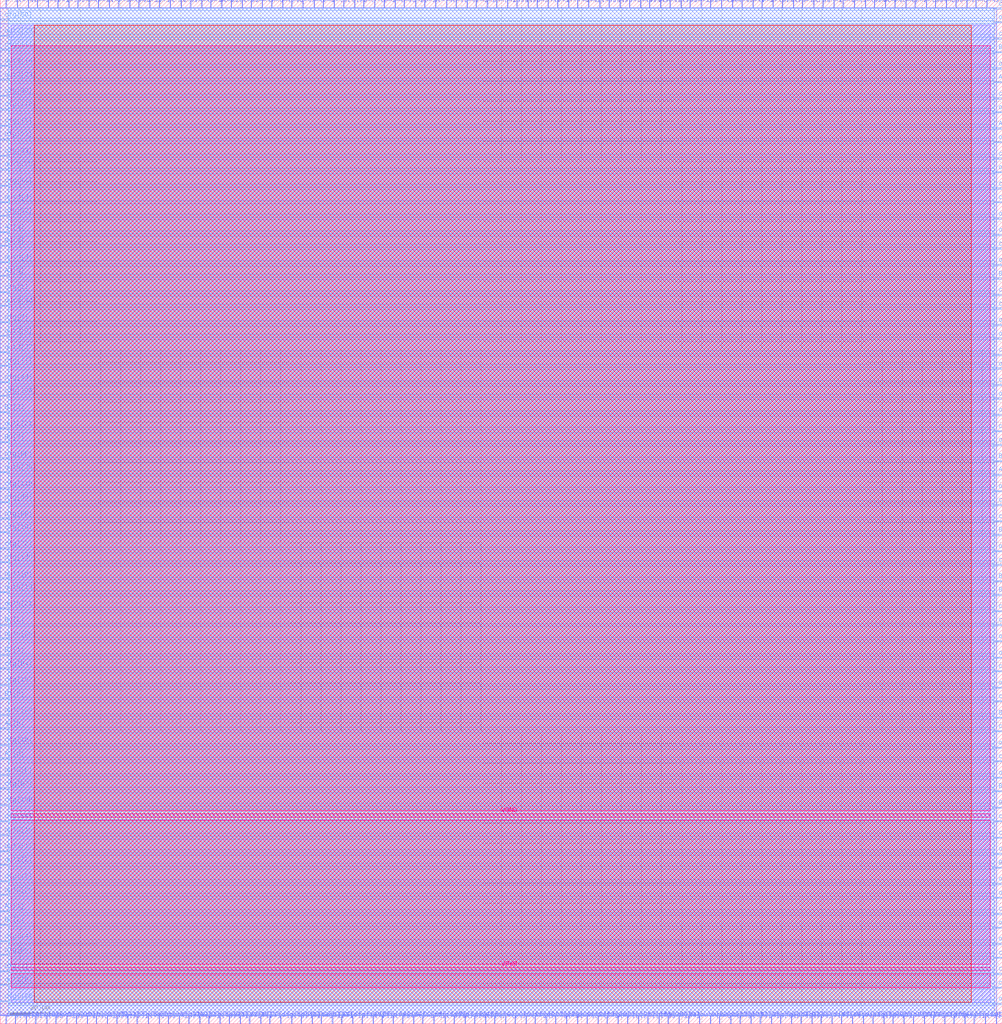
<source format=lef>
VERSION 5.7 ;
  NOWIREEXTENSIONATPIN ON ;
  DIVIDERCHAR "/" ;
  BUSBITCHARS "[]" ;
MACRO mac_cluster
  CLASS BLOCK ;
  FOREIGN mac_cluster ;
  ORIGIN 0.000 0.000 ;
  SIZE 499.950 BY 510.670 ;
  PIN A0[0]
    DIRECTION INPUT ;
    PORT
      LAYER met2 ;
        RECT 252.170 0.000 252.450 4.000 ;
    END
  END A0[0]
  PIN A0[1]
    DIRECTION INPUT ;
    PORT
      LAYER met2 ;
        RECT 186.850 506.670 187.130 510.670 ;
    END
  END A0[1]
  PIN A0[2]
    DIRECTION INPUT ;
    PORT
      LAYER met2 ;
        RECT 379.130 0.000 379.410 4.000 ;
    END
  END A0[2]
  PIN A0[3]
    DIRECTION INPUT ;
    PORT
      LAYER met3 ;
        RECT 495.950 273.400 499.950 274.000 ;
    END
  END A0[3]
  PIN A0[4]
    DIRECTION INPUT ;
    PORT
      LAYER met2 ;
        RECT 481.250 0.000 481.530 4.000 ;
    END
  END A0[4]
  PIN A0[5]
    DIRECTION INPUT ;
    PORT
      LAYER met2 ;
        RECT 420.530 506.670 420.810 510.670 ;
    END
  END A0[5]
  PIN A0[6]
    DIRECTION INPUT ;
    PORT
      LAYER met2 ;
        RECT 201.570 506.670 201.850 510.670 ;
    END
  END A0[6]
  PIN A0[7]
    DIRECTION INPUT ;
    PORT
      LAYER met2 ;
        RECT 185.930 0.000 186.210 4.000 ;
    END
  END A0[7]
  PIN A1[0]
    DIRECTION INPUT ;
    PORT
      LAYER met2 ;
        RECT 176.730 506.670 177.010 510.670 ;
    END
  END A1[0]
  PIN A1[1]
    DIRECTION INPUT ;
    PORT
      LAYER met3 ;
        RECT 495.950 469.240 499.950 469.840 ;
    END
  END A1[1]
  PIN A1[2]
    DIRECTION INPUT ;
    PORT
      LAYER met2 ;
        RECT 263.210 506.670 263.490 510.670 ;
    END
  END A1[2]
  PIN A1[3]
    DIRECTION INPUT ;
    PORT
      LAYER met2 ;
        RECT 288.050 506.670 288.330 510.670 ;
    END
  END A1[3]
  PIN A1[4]
    DIRECTION INPUT ;
    PORT
      LAYER met2 ;
        RECT 63.570 0.000 63.850 4.000 ;
    END
  END A1[4]
  PIN A1[5]
    DIRECTION INPUT ;
    PORT
      LAYER met2 ;
        RECT 18.490 506.670 18.770 510.670 ;
    END
  END A1[5]
  PIN A1[6]
    DIRECTION INPUT ;
    PORT
      LAYER met2 ;
        RECT 170.290 0.000 170.570 4.000 ;
    END
  END A1[6]
  PIN A1[7]
    DIRECTION INPUT ;
    PORT
      LAYER met2 ;
        RECT 273.330 506.670 273.610 510.670 ;
    END
  END A1[7]
  PIN A2[0]
    DIRECTION INPUT ;
    PORT
      LAYER met2 ;
        RECT 451.810 506.670 452.090 510.670 ;
    END
  END A2[0]
  PIN A2[1]
    DIRECTION INPUT ;
    PORT
      LAYER met2 ;
        RECT 242.050 0.000 242.330 4.000 ;
    END
  END A2[1]
  PIN A2[2]
    DIRECTION INPUT ;
    PORT
      LAYER met2 ;
        RECT 99.450 0.000 99.730 4.000 ;
    END
  END A2[2]
  PIN A2[3]
    DIRECTION INPUT ;
    PORT
      LAYER met2 ;
        RECT 129.810 0.000 130.090 4.000 ;
    END
  END A2[3]
  PIN A2[4]
    DIRECTION INPUT ;
    PORT
      LAYER met3 ;
        RECT 0.000 394.440 4.000 395.040 ;
    END
  END A2[4]
  PIN A2[5]
    DIRECTION INPUT ;
    PORT
      LAYER met2 ;
        RECT 200.650 0.000 200.930 4.000 ;
    END
  END A2[5]
  PIN A2[6]
    DIRECTION INPUT ;
    PORT
      LAYER met3 ;
        RECT 0.000 146.920 4.000 147.520 ;
    END
  END A2[6]
  PIN A2[7]
    DIRECTION INPUT ;
    PORT
      LAYER met3 ;
        RECT 495.950 446.120 499.950 446.720 ;
    END
  END A2[7]
  PIN A3[0]
    DIRECTION INPUT ;
    PORT
      LAYER met2 ;
        RECT 237.450 506.670 237.730 510.670 ;
    END
  END A3[0]
  PIN A3[1]
    DIRECTION INPUT ;
    PORT
      LAYER met3 ;
        RECT 0.000 55.800 4.000 56.400 ;
    END
  END A3[1]
  PIN A3[2]
    DIRECTION INPUT ;
    PORT
      LAYER met2 ;
        RECT 466.530 506.670 466.810 510.670 ;
    END
  END A3[2]
  PIN A3[3]
    DIRECTION INPUT ;
    PORT
      LAYER met2 ;
        RECT 207.090 506.670 207.370 510.670 ;
    END
  END A3[3]
  PIN A3[4]
    DIRECTION INPUT ;
    PORT
      LAYER met2 ;
        RECT 419.610 0.000 419.890 4.000 ;
    END
  END A3[4]
  PIN A3[5]
    DIRECTION INPUT ;
    PORT
      LAYER met3 ;
        RECT 0.000 372.680 4.000 373.280 ;
    END
  END A3[5]
  PIN A3[6]
    DIRECTION INPUT ;
    PORT
      LAYER met3 ;
        RECT 0.000 131.960 4.000 132.560 ;
    END
  END A3[6]
  PIN A3[7]
    DIRECTION INPUT ;
    PORT
      LAYER met2 ;
        RECT 69.090 506.670 69.370 510.670 ;
    END
  END A3[7]
  PIN B0[0]
    DIRECTION INPUT ;
    PORT
      LAYER met2 ;
        RECT 338.650 0.000 338.930 4.000 ;
    END
  END B0[0]
  PIN B0[1]
    DIRECTION INPUT ;
    PORT
      LAYER met2 ;
        RECT 134.410 0.000 134.690 4.000 ;
    END
  END B0[1]
  PIN B0[2]
    DIRECTION INPUT ;
    PORT
      LAYER met3 ;
        RECT 0.000 198.600 4.000 199.200 ;
    END
  END B0[2]
  PIN B0[3]
    DIRECTION INPUT ;
    PORT
      LAYER met3 ;
        RECT 0.000 387.640 4.000 388.240 ;
    END
  END B0[3]
  PIN B0[4]
    DIRECTION INPUT ;
    PORT
      LAYER met3 ;
        RECT 495.950 220.360 499.950 220.960 ;
    END
  END B0[4]
  PIN B0[5]
    DIRECTION INPUT ;
    PORT
      LAYER met2 ;
        RECT 227.330 506.670 227.610 510.670 ;
    END
  END B0[5]
  PIN B0[6]
    DIRECTION INPUT ;
    PORT
      LAYER met2 ;
        RECT 74.610 506.670 74.890 510.670 ;
    END
  END B0[6]
  PIN B0[7]
    DIRECTION INPUT ;
    PORT
      LAYER met3 ;
        RECT 0.000 289.720 4.000 290.320 ;
    END
  END B0[7]
  PIN B1[0]
    DIRECTION INPUT ;
    PORT
      LAYER met2 ;
        RECT 145.450 506.670 145.730 510.670 ;
    END
  END B1[0]
  PIN B1[1]
    DIRECTION INPUT ;
    PORT
      LAYER met3 ;
        RECT 495.950 371.320 499.950 371.920 ;
    END
  END B1[1]
  PIN B1[2]
    DIRECTION INPUT ;
    PORT
      LAYER met3 ;
        RECT 495.950 152.360 499.950 152.960 ;
    END
  END B1[2]
  PIN B1[3]
    DIRECTION INPUT ;
    PORT
      LAYER met2 ;
        RECT 165.690 0.000 165.970 4.000 ;
    END
  END B1[3]
  PIN B1[4]
    DIRECTION INPUT ;
    PORT
      LAYER met2 ;
        RECT 375.450 506.670 375.730 510.670 ;
    END
  END B1[4]
  PIN B1[5]
    DIRECTION INPUT ;
    PORT
      LAYER met3 ;
        RECT 0.000 161.880 4.000 162.480 ;
    END
  END B1[5]
  PIN B1[6]
    DIRECTION INPUT ;
    PORT
      LAYER met2 ;
        RECT 156.490 506.670 156.770 510.670 ;
    END
  END B1[6]
  PIN B1[7]
    DIRECTION INPUT ;
    PORT
      LAYER met3 ;
        RECT 495.950 243.480 499.950 244.080 ;
    END
  END B1[7]
  PIN B2[0]
    DIRECTION INPUT ;
    PORT
      LAYER met2 ;
        RECT 124.290 0.000 124.570 4.000 ;
    END
  END B2[0]
  PIN B2[1]
    DIRECTION INPUT ;
    PORT
      LAYER met2 ;
        RECT 404.890 0.000 405.170 4.000 ;
    END
  END B2[1]
  PIN B2[2]
    DIRECTION INPUT ;
    PORT
      LAYER met3 ;
        RECT 0.000 304.680 4.000 305.280 ;
    END
  END B2[2]
  PIN B2[3]
    DIRECTION INPUT ;
    PORT
      LAYER met3 ;
        RECT 495.950 115.640 499.950 116.240 ;
    END
  END B2[3]
  PIN B2[4]
    DIRECTION INPUT ;
    PORT
      LAYER met2 ;
        RECT 161.090 506.670 161.370 510.670 ;
    END
  END B2[4]
  PIN B2[5]
    DIRECTION INPUT ;
    PORT
      LAYER met2 ;
        RECT 24.010 506.670 24.290 510.670 ;
    END
  END B2[5]
  PIN B2[6]
    DIRECTION INPUT ;
    PORT
      LAYER met2 ;
        RECT 210.770 0.000 211.050 4.000 ;
    END
  END B2[6]
  PIN B2[7]
    DIRECTION INPUT ;
    PORT
      LAYER met3 ;
        RECT 495.950 280.200 499.950 280.800 ;
    END
  END B2[7]
  PIN B3[0]
    DIRECTION INPUT ;
    PORT
      LAYER met3 ;
        RECT 495.950 77.560 499.950 78.160 ;
    END
  END B3[0]
  PIN B3[1]
    DIRECTION INPUT ;
    PORT
      LAYER met3 ;
        RECT 0.000 183.640 4.000 184.240 ;
    END
  END B3[1]
  PIN B3[2]
    DIRECTION INPUT ;
    PORT
      LAYER met3 ;
        RECT 0.000 49.000 4.000 49.600 ;
    END
  END B3[2]
  PIN B3[3]
    DIRECTION INPUT ;
    PORT
      LAYER met3 ;
        RECT 495.950 484.200 499.950 484.800 ;
    END
  END B3[3]
  PIN B3[4]
    DIRECTION INPUT ;
    PORT
      LAYER met3 ;
        RECT 495.950 213.560 499.950 214.160 ;
    END
  END B3[4]
  PIN B3[5]
    DIRECTION INPUT ;
    PORT
      LAYER met2 ;
        RECT 28.610 506.670 28.890 510.670 ;
    END
  END B3[5]
  PIN B3[6]
    DIRECTION INPUT ;
    PORT
      LAYER met2 ;
        RECT 496.890 0.000 497.170 4.000 ;
    END
  END B3[6]
  PIN B3[7]
    DIRECTION INPUT ;
    PORT
      LAYER met3 ;
        RECT 495.950 107.480 499.950 108.080 ;
    END
  END B3[7]
  PIN cfg[0]
    DIRECTION INPUT ;
    PORT
      LAYER met2 ;
        RECT 257.690 506.670 257.970 510.670 ;
    END
  END cfg[0]
  PIN cfg[100]
    DIRECTION INPUT ;
    PORT
      LAYER met2 ;
        RECT 139.930 0.000 140.210 4.000 ;
    END
  END cfg[100]
  PIN cfg[101]
    DIRECTION INPUT ;
    PORT
      LAYER met2 ;
        RECT 485.850 0.000 486.130 4.000 ;
    END
  END cfg[101]
  PIN cfg[102]
    DIRECTION INPUT ;
    PORT
      LAYER met2 ;
        RECT 266.890 0.000 267.170 4.000 ;
    END
  END cfg[102]
  PIN cfg[103]
    DIRECTION INPUT ;
    PORT
      LAYER met2 ;
        RECT 48.850 506.670 49.130 510.670 ;
    END
  END cfg[103]
  PIN cfg[104]
    DIRECTION INPUT ;
    PORT
      LAYER met3 ;
        RECT 0.000 312.840 4.000 313.440 ;
    END
  END cfg[104]
  PIN cfg[105]
    DIRECTION INPUT ;
    PORT
      LAYER met3 ;
        RECT 0.000 108.840 4.000 109.440 ;
    END
  END cfg[105]
  PIN cfg[106]
    DIRECTION INPUT ;
    PORT
      LAYER met3 ;
        RECT 495.950 431.160 499.950 431.760 ;
    END
  END cfg[106]
  PIN cfg[107]
    DIRECTION INPUT ;
    PORT
      LAYER met3 ;
        RECT 0.000 168.680 4.000 169.280 ;
    END
  END cfg[107]
  PIN cfg[108]
    DIRECTION INPUT ;
    PORT
      LAYER met2 ;
        RECT 435.250 0.000 435.530 4.000 ;
    END
  END cfg[108]
  PIN cfg[109]
    DIRECTION INPUT ;
    PORT
      LAYER met2 ;
        RECT 110.490 506.670 110.770 510.670 ;
    END
  END cfg[109]
  PIN cfg[10]
    DIRECTION INPUT ;
    PORT
      LAYER met2 ;
        RECT 180.410 0.000 180.690 4.000 ;
    END
  END cfg[10]
  PIN cfg[110]
    DIRECTION INPUT ;
    PORT
      LAYER met3 ;
        RECT 0.000 455.640 4.000 456.240 ;
    END
  END cfg[110]
  PIN cfg[111]
    DIRECTION INPUT ;
    PORT
      LAYER met3 ;
        RECT 0.000 485.560 4.000 486.160 ;
    END
  END cfg[111]
  PIN cfg[112]
    DIRECTION INPUT ;
    PORT
      LAYER met2 ;
        RECT 226.410 0.000 226.690 4.000 ;
    END
  END cfg[112]
  PIN cfg[113]
    DIRECTION INPUT ;
    PORT
      LAYER met3 ;
        RECT 495.950 205.400 499.950 206.000 ;
    END
  END cfg[113]
  PIN cfg[114]
    DIRECTION INPUT ;
    PORT
      LAYER met3 ;
        RECT 495.950 250.280 499.950 250.880 ;
    END
  END cfg[114]
  PIN cfg[115]
    DIRECTION INPUT ;
    PORT
      LAYER met2 ;
        RECT 90.250 506.670 90.530 510.670 ;
    END
  END cfg[115]
  PIN cfg[116]
    DIRECTION INPUT ;
    PORT
      LAYER met3 ;
        RECT 0.000 266.600 4.000 267.200 ;
    END
  END cfg[116]
  PIN cfg[117]
    DIRECTION INPUT ;
    PORT
      LAYER met2 ;
        RECT 431.570 506.670 431.850 510.670 ;
    END
  END cfg[117]
  PIN cfg[118]
    DIRECTION INPUT ;
    PORT
      LAYER met2 ;
        RECT 12.970 0.000 13.250 4.000 ;
    END
  END cfg[118]
  PIN cfg[119]
    DIRECTION INPUT ;
    PORT
      LAYER met2 ;
        RECT 89.330 0.000 89.610 4.000 ;
    END
  END cfg[119]
  PIN cfg[11]
    DIRECTION INPUT ;
    PORT
      LAYER met3 ;
        RECT 0.000 327.800 4.000 328.400 ;
    END
  END cfg[11]
  PIN cfg[120]
    DIRECTION INPUT ;
    PORT
      LAYER met2 ;
        RECT 120.610 506.670 120.890 510.670 ;
    END
  END cfg[120]
  PIN cfg[121]
    DIRECTION INPUT ;
    PORT
      LAYER met3 ;
        RECT 495.950 24.520 499.950 25.120 ;
    END
  END cfg[121]
  PIN cfg[122]
    DIRECTION INPUT ;
    PORT
      LAYER met2 ;
        RECT 104.050 0.000 104.330 4.000 ;
    END
  END cfg[122]
  PIN cfg[123]
    DIRECTION INPUT ;
    PORT
      LAYER met2 ;
        RECT 216.290 0.000 216.570 4.000 ;
    END
  END cfg[123]
  PIN cfg[124]
    DIRECTION INPUT ;
    PORT
      LAYER met3 ;
        RECT 495.950 363.160 499.950 363.760 ;
    END
  END cfg[124]
  PIN cfg[125]
    DIRECTION INPUT ;
    PORT
      LAYER met2 ;
        RECT 34.130 506.670 34.410 510.670 ;
    END
  END cfg[125]
  PIN cfg[126]
    DIRECTION INPUT ;
    PORT
      LAYER met3 ;
        RECT 495.950 258.440 499.950 259.040 ;
    END
  END cfg[126]
  PIN cfg[127]
    DIRECTION INPUT ;
    PORT
      LAYER met2 ;
        RECT 175.810 0.000 176.090 4.000 ;
    END
  END cfg[127]
  PIN cfg[128]
    DIRECTION INPUT ;
    PORT
      LAYER met3 ;
        RECT 0.000 10.920 4.000 11.520 ;
    END
  END cfg[128]
  PIN cfg[129]
    DIRECTION INPUT ;
    PORT
      LAYER met2 ;
        RECT 196.050 0.000 196.330 4.000 ;
    END
  END cfg[129]
  PIN cfg[12]
    DIRECTION INPUT ;
    PORT
      LAYER met3 ;
        RECT 0.000 70.760 4.000 71.360 ;
    END
  END cfg[12]
  PIN cfg[130]
    DIRECTION INPUT ;
    PORT
      LAYER met3 ;
        RECT 0.000 229.880 4.000 230.480 ;
    END
  END cfg[130]
  PIN cfg[131]
    DIRECTION INPUT ;
    PORT
      LAYER met2 ;
        RECT 349.690 506.670 349.970 510.670 ;
    END
  END cfg[131]
  PIN cfg[13]
    DIRECTION INPUT ;
    PORT
      LAYER met2 ;
        RECT 323.930 506.670 324.210 510.670 ;
    END
  END cfg[13]
  PIN cfg[14]
    DIRECTION INPUT ;
    PORT
      LAYER met3 ;
        RECT 0.000 40.840 4.000 41.440 ;
    END
  END cfg[14]
  PIN cfg[15]
    DIRECTION INPUT ;
    PORT
      LAYER met3 ;
        RECT 0.000 447.480 4.000 448.080 ;
    END
  END cfg[15]
  PIN cfg[16]
    DIRECTION INPUT ;
    PORT
      LAYER met3 ;
        RECT 0.000 138.760 4.000 139.360 ;
    END
  END cfg[16]
  PIN cfg[17]
    DIRECTION INPUT ;
    PORT
      LAYER met2 ;
        RECT 293.570 506.670 293.850 510.670 ;
    END
  END cfg[17]
  PIN cfg[18]
    DIRECTION INPUT ;
    PORT
      LAYER met3 ;
        RECT 495.950 356.360 499.950 356.960 ;
    END
  END cfg[18]
  PIN cfg[19]
    DIRECTION INPUT ;
    PORT
      LAYER met3 ;
        RECT 0.000 244.840 4.000 245.440 ;
    END
  END cfg[19]
  PIN cfg[1]
    DIRECTION INPUT ;
    PORT
      LAYER met3 ;
        RECT 0.000 364.520 4.000 365.120 ;
    END
  END cfg[1]
  PIN cfg[20]
    DIRECTION INPUT ;
    PORT
      LAYER met2 ;
        RECT 211.690 506.670 211.970 510.670 ;
    END
  END cfg[20]
  PIN cfg[21]
    DIRECTION INPUT ;
    PORT
      LAYER met3 ;
        RECT 495.950 92.520 499.950 93.120 ;
    END
  END cfg[21]
  PIN cfg[22]
    DIRECTION INPUT ;
    PORT
      LAYER met3 ;
        RECT 495.950 175.480 499.950 176.080 ;
    END
  END cfg[22]
  PIN cfg[23]
    DIRECTION INPUT ;
    PORT
      LAYER met2 ;
        RECT 231.930 0.000 232.210 4.000 ;
    END
  END cfg[23]
  PIN cfg[24]
    DIRECTION INPUT ;
    PORT
      LAYER met3 ;
        RECT 495.950 17.720 499.950 18.320 ;
    END
  END cfg[24]
  PIN cfg[25]
    DIRECTION INPUT ;
    PORT
      LAYER met2 ;
        RECT 491.370 0.000 491.650 4.000 ;
    END
  END cfg[25]
  PIN cfg[26]
    DIRECTION INPUT ;
    PORT
      LAYER met2 ;
        RECT 440.770 0.000 441.050 4.000 ;
    END
  END cfg[26]
  PIN cfg[27]
    DIRECTION INPUT ;
    PORT
      LAYER met2 ;
        RECT 339.570 506.670 339.850 510.670 ;
    END
  END cfg[27]
  PIN cfg[28]
    DIRECTION INPUT ;
    PORT
      LAYER met2 ;
        RECT 436.170 506.670 436.450 510.670 ;
    END
  END cfg[28]
  PIN cfg[29]
    DIRECTION INPUT ;
    PORT
      LAYER met2 ;
        RECT 7.450 0.000 7.730 4.000 ;
    END
  END cfg[29]
  PIN cfg[2]
    DIRECTION INPUT ;
    PORT
      LAYER met3 ;
        RECT 0.000 25.880 4.000 26.480 ;
    END
  END cfg[2]
  PIN cfg[30]
    DIRECTION INPUT ;
    PORT
      LAYER met2 ;
        RECT 389.250 0.000 389.530 4.000 ;
    END
  END cfg[30]
  PIN cfg[31]
    DIRECTION INPUT ;
    PORT
      LAYER met3 ;
        RECT 495.950 318.280 499.950 318.880 ;
    END
  END cfg[31]
  PIN cfg[32]
    DIRECTION INPUT ;
    PORT
      LAYER met2 ;
        RECT 472.050 506.670 472.330 510.670 ;
    END
  END cfg[32]
  PIN cfg[33]
    DIRECTION INPUT ;
    PORT
      LAYER met2 ;
        RECT 253.090 506.670 253.370 510.670 ;
    END
  END cfg[33]
  PIN cfg[34]
    DIRECTION INPUT ;
    PORT
      LAYER met3 ;
        RECT 0.000 100.680 4.000 101.280 ;
    END
  END cfg[34]
  PIN cfg[35]
    DIRECTION INPUT ;
    PORT
      LAYER met2 ;
        RECT 369.010 0.000 369.290 4.000 ;
    END
  END cfg[35]
  PIN cfg[36]
    DIRECTION INPUT ;
    PORT
      LAYER met2 ;
        RECT 328.530 0.000 328.810 4.000 ;
    END
  END cfg[36]
  PIN cfg[37]
    DIRECTION INPUT ;
    PORT
      LAYER met2 ;
        RECT 17.570 0.000 17.850 4.000 ;
    END
  END cfg[37]
  PIN cfg[38]
    DIRECTION INPUT ;
    PORT
      LAYER met3 ;
        RECT 495.950 54.440 499.950 55.040 ;
    END
  END cfg[38]
  PIN cfg[39]
    DIRECTION INPUT ;
    PORT
      LAYER met3 ;
        RECT 495.950 386.280 499.950 386.880 ;
    END
  END cfg[39]
  PIN cfg[3]
    DIRECTION INPUT ;
    PORT
      LAYER met3 ;
        RECT 495.950 461.080 499.950 461.680 ;
    END
  END cfg[3]
  PIN cfg[40]
    DIRECTION INPUT ;
    PORT
      LAYER met2 ;
        RECT 475.730 0.000 476.010 4.000 ;
    END
  END cfg[40]
  PIN cfg[41]
    DIRECTION INPUT ;
    PORT
      LAYER met2 ;
        RECT 84.730 506.670 85.010 510.670 ;
    END
  END cfg[41]
  PIN cfg[42]
    DIRECTION INPUT ;
    PORT
      LAYER met2 ;
        RECT 145.450 0.000 145.730 4.000 ;
    END
  END cfg[42]
  PIN cfg[43]
    DIRECTION INPUT ;
    PORT
      LAYER met2 ;
        RECT 302.770 0.000 303.050 4.000 ;
    END
  END cfg[43]
  PIN cfg[44]
    DIRECTION INPUT ;
    PORT
      LAYER met3 ;
        RECT 495.950 130.600 499.950 131.200 ;
    END
  END cfg[44]
  PIN cfg[45]
    DIRECTION INPUT ;
    PORT
      LAYER met2 ;
        RECT 58.050 0.000 58.330 4.000 ;
    END
  END cfg[45]
  PIN cfg[46]
    DIRECTION INPUT ;
    PORT
      LAYER met3 ;
        RECT 495.950 409.400 499.950 410.000 ;
    END
  END cfg[46]
  PIN cfg[47]
    DIRECTION INPUT ;
    PORT
      LAYER met2 ;
        RECT 400.290 506.670 400.570 510.670 ;
    END
  END cfg[47]
  PIN cfg[48]
    DIRECTION INPUT ;
    PORT
      LAYER met3 ;
        RECT 0.000 319.640 4.000 320.240 ;
    END
  END cfg[48]
  PIN cfg[49]
    DIRECTION INPUT ;
    PORT
      LAYER met2 ;
        RECT 79.210 506.670 79.490 510.670 ;
    END
  END cfg[49]
  PIN cfg[4]
    DIRECTION INPUT ;
    PORT
      LAYER met2 ;
        RECT 171.210 506.670 171.490 510.670 ;
    END
  END cfg[4]
  PIN cfg[50]
    DIRECTION INPUT ;
    PORT
      LAYER met3 ;
        RECT 0.000 500.520 4.000 501.120 ;
    END
  END cfg[50]
  PIN cfg[51]
    DIRECTION INPUT ;
    PORT
      LAYER met2 ;
        RECT 461.930 506.670 462.210 510.670 ;
    END
  END cfg[51]
  PIN cfg[52]
    DIRECTION INPUT ;
    PORT
      LAYER met3 ;
        RECT 0.000 402.600 4.000 403.200 ;
    END
  END cfg[52]
  PIN cfg[53]
    DIRECTION INPUT ;
    PORT
      LAYER met2 ;
        RECT 384.650 0.000 384.930 4.000 ;
    END
  END cfg[53]
  PIN cfg[54]
    DIRECTION INPUT ;
    PORT
      LAYER met3 ;
        RECT 0.000 176.840 4.000 177.440 ;
    END
  END cfg[54]
  PIN cfg[55]
    DIRECTION INPUT ;
    PORT
      LAYER met2 ;
        RECT 236.530 0.000 236.810 4.000 ;
    END
  END cfg[55]
  PIN cfg[56]
    DIRECTION INPUT ;
    PORT
      LAYER met2 ;
        RECT 221.810 0.000 222.090 4.000 ;
    END
  END cfg[56]
  PIN cfg[57]
    DIRECTION INPUT ;
    PORT
      LAYER met2 ;
        RECT 399.370 0.000 399.650 4.000 ;
    END
  END cfg[57]
  PIN cfg[58]
    DIRECTION INPUT ;
    PORT
      LAYER met2 ;
        RECT 385.570 506.670 385.850 510.670 ;
    END
  END cfg[58]
  PIN cfg[59]
    DIRECTION INPUT ;
    PORT
      LAYER met2 ;
        RECT 68.170 0.000 68.450 4.000 ;
    END
  END cfg[59]
  PIN cfg[5]
    DIRECTION INPUT ;
    PORT
      LAYER met2 ;
        RECT 390.170 506.670 390.450 510.670 ;
    END
  END cfg[5]
  PIN cfg[60]
    DIRECTION INPUT ;
    PORT
      LAYER met3 ;
        RECT 495.950 491.000 499.950 491.600 ;
    END
  END cfg[60]
  PIN cfg[61]
    DIRECTION INPUT ;
    PORT
      LAYER met3 ;
        RECT 495.950 295.160 499.950 295.760 ;
    END
  END cfg[61]
  PIN cfg[62]
    DIRECTION INPUT ;
    PORT
      LAYER met2 ;
        RECT 299.090 506.670 299.370 510.670 ;
    END
  END cfg[62]
  PIN cfg[63]
    DIRECTION INPUT ;
    PORT
      LAYER met3 ;
        RECT 495.950 145.560 499.950 146.160 ;
    END
  END cfg[63]
  PIN cfg[64]
    DIRECTION INPUT ;
    PORT
      LAYER met2 ;
        RECT 79.210 0.000 79.490 4.000 ;
    END
  END cfg[64]
  PIN cfg[65]
    DIRECTION INPUT ;
    PORT
      LAYER met3 ;
        RECT 0.000 259.800 4.000 260.400 ;
    END
  END cfg[65]
  PIN cfg[66]
    DIRECTION INPUT ;
    PORT
      LAYER met2 ;
        RECT 104.970 506.670 105.250 510.670 ;
    END
  END cfg[66]
  PIN cfg[67]
    DIRECTION INPUT ;
    PORT
      LAYER met2 ;
        RECT 2.850 506.670 3.130 510.670 ;
    END
  END cfg[67]
  PIN cfg[68]
    DIRECTION INPUT ;
    PORT
      LAYER met2 ;
        RECT 471.130 0.000 471.410 4.000 ;
    END
  END cfg[68]
  PIN cfg[69]
    DIRECTION INPUT ;
    PORT
      LAYER met2 ;
        RECT 323.010 0.000 323.290 4.000 ;
    END
  END cfg[69]
  PIN cfg[6]
    DIRECTION INPUT ;
    PORT
      LAYER met2 ;
        RECT 303.690 506.670 303.970 510.670 ;
    END
  END cfg[6]
  PIN cfg[70]
    DIRECTION INPUT ;
    PORT
      LAYER met2 ;
        RECT 23.090 0.000 23.370 4.000 ;
    END
  END cfg[70]
  PIN cfg[71]
    DIRECTION INPUT ;
    PORT
      LAYER met3 ;
        RECT 495.950 160.520 499.950 161.120 ;
    END
  END cfg[71]
  PIN cfg[72]
    DIRECTION INPUT ;
    PORT
      LAYER met2 ;
        RECT 277.010 0.000 277.290 4.000 ;
    END
  END cfg[72]
  PIN cfg[73]
    DIRECTION INPUT ;
    PORT
      LAYER met3 ;
        RECT 0.000 236.680 4.000 237.280 ;
    END
  END cfg[73]
  PIN cfg[74]
    DIRECTION INPUT ;
    PORT
      LAYER met2 ;
        RECT 166.610 506.670 166.890 510.670 ;
    END
  END cfg[74]
  PIN cfg[75]
    DIRECTION INPUT ;
    PORT
      LAYER met2 ;
        RECT 312.890 0.000 313.170 4.000 ;
    END
  END cfg[75]
  PIN cfg[76]
    DIRECTION INPUT ;
    PORT
      LAYER met3 ;
        RECT 0.000 417.560 4.000 418.160 ;
    END
  END cfg[76]
  PIN cfg[77]
    DIRECTION INPUT ;
    PORT
      LAYER met2 ;
        RECT 190.530 0.000 190.810 4.000 ;
    END
  END cfg[77]
  PIN cfg[78]
    DIRECTION INPUT ;
    PORT
      LAYER met3 ;
        RECT 495.950 32.680 499.950 33.280 ;
    END
  END cfg[78]
  PIN cfg[79]
    DIRECTION INPUT ;
    PORT
      LAYER met2 ;
        RECT 405.810 506.670 406.090 510.670 ;
    END
  END cfg[79]
  PIN cfg[7]
    DIRECTION INPUT ;
    PORT
      LAYER met3 ;
        RECT 0.000 349.560 4.000 350.160 ;
    END
  END cfg[7]
  PIN cfg[80]
    DIRECTION INPUT ;
    PORT
      LAYER met3 ;
        RECT 0.000 462.440 4.000 463.040 ;
    END
  END cfg[80]
  PIN cfg[81]
    DIRECTION INPUT ;
    PORT
      LAYER met2 ;
        RECT 73.690 0.000 73.970 4.000 ;
    END
  END cfg[81]
  PIN cfg[82]
    DIRECTION INPUT ;
    PORT
      LAYER met2 ;
        RECT 33.210 0.000 33.490 4.000 ;
    END
  END cfg[82]
  PIN cfg[83]
    DIRECTION INPUT ;
    PORT
      LAYER met3 ;
        RECT 0.000 432.520 4.000 433.120 ;
    END
  END cfg[83]
  PIN cfg[84]
    DIRECTION INPUT ;
    PORT
      LAYER met3 ;
        RECT 495.950 505.960 499.950 506.560 ;
    END
  END cfg[84]
  PIN cfg[85]
    DIRECTION INPUT ;
    PORT
      LAYER met2 ;
        RECT 359.810 506.670 360.090 510.670 ;
    END
  END cfg[85]
  PIN cfg[86]
    DIRECTION INPUT ;
    PORT
      LAYER met2 ;
        RECT 319.330 506.670 319.610 510.670 ;
    END
  END cfg[86]
  PIN cfg[87]
    DIRECTION INPUT ;
    PORT
      LAYER met3 ;
        RECT 495.950 198.600 499.950 199.200 ;
    END
  END cfg[87]
  PIN cfg[88]
    DIRECTION INPUT ;
    PORT
      LAYER met2 ;
        RECT 334.050 506.670 334.330 510.670 ;
    END
  END cfg[88]
  PIN cfg[89]
    DIRECTION INPUT ;
    PORT
      LAYER met2 ;
        RECT 282.530 0.000 282.810 4.000 ;
    END
  END cfg[89]
  PIN cfg[8]
    DIRECTION INPUT ;
    PORT
      LAYER met3 ;
        RECT 495.950 333.240 499.950 333.840 ;
    END
  END cfg[8]
  PIN cfg[90]
    DIRECTION INPUT ;
    PORT
      LAYER met3 ;
        RECT 0.000 34.040 4.000 34.640 ;
    END
  END cfg[90]
  PIN cfg[91]
    DIRECTION INPUT ;
    PORT
      LAYER met2 ;
        RECT 2.850 0.000 3.130 4.000 ;
    END
  END cfg[91]
  PIN cfg[92]
    DIRECTION INPUT ;
    PORT
      LAYER met3 ;
        RECT 0.000 440.680 4.000 441.280 ;
    END
  END cfg[92]
  PIN cfg[93]
    DIRECTION INPUT ;
    PORT
      LAYER met2 ;
        RECT 109.570 0.000 109.850 4.000 ;
    END
  END cfg[93]
  PIN cfg[94]
    DIRECTION INPUT ;
    PORT
      LAYER met2 ;
        RECT 53.450 0.000 53.730 4.000 ;
    END
  END cfg[94]
  PIN cfg[95]
    DIRECTION INPUT ;
    PORT
      LAYER met2 ;
        RECT 115.090 506.670 115.370 510.670 ;
    END
  END cfg[95]
  PIN cfg[96]
    DIRECTION INPUT ;
    PORT
      LAYER met3 ;
        RECT 495.950 100.680 499.950 101.280 ;
    END
  END cfg[96]
  PIN cfg[97]
    DIRECTION INPUT ;
    PORT
      LAYER met3 ;
        RECT 0.000 117.000 4.000 117.600 ;
    END
  END cfg[97]
  PIN cfg[98]
    DIRECTION INPUT ;
    PORT
      LAYER met3 ;
        RECT 0.000 281.560 4.000 282.160 ;
    END
  END cfg[98]
  PIN cfg[99]
    DIRECTION INPUT ;
    PORT
      LAYER met3 ;
        RECT 0.000 251.640 4.000 252.240 ;
    END
  END cfg[99]
  PIN cfg[9]
    DIRECTION INPUT ;
    PORT
      LAYER met3 ;
        RECT 495.950 416.200 499.950 416.800 ;
    END
  END cfg[9]
  PIN clk
    DIRECTION INPUT ;
    PORT
      LAYER met2 ;
        RECT 476.650 506.670 476.930 510.670 ;
    END
  END clk
  PIN cset
    DIRECTION INPUT ;
    PORT
      LAYER met3 ;
        RECT 495.950 228.520 499.950 229.120 ;
    END
  END cset
  PIN en
    DIRECTION INPUT ;
    PORT
      LAYER met2 ;
        RECT 277.930 506.670 278.210 510.670 ;
    END
  END en
  PIN out0[0]
    DIRECTION OUTPUT TRISTATE ;
    PORT
      LAYER met2 ;
        RECT 37.810 0.000 38.090 4.000 ;
    END
  END out0[0]
  PIN out0[10]
    DIRECTION OUTPUT TRISTATE ;
    PORT
      LAYER met2 ;
        RECT 415.930 506.670 416.210 510.670 ;
    END
  END out0[10]
  PIN out0[11]
    DIRECTION OUTPUT TRISTATE ;
    PORT
      LAYER met3 ;
        RECT 495.950 265.240 499.950 265.840 ;
    END
  END out0[11]
  PIN out0[12]
    DIRECTION OUTPUT TRISTATE ;
    PORT
      LAYER met3 ;
        RECT 495.950 424.360 499.950 424.960 ;
    END
  END out0[12]
  PIN out0[13]
    DIRECTION OUTPUT TRISTATE ;
    PORT
      LAYER met3 ;
        RECT 495.950 303.320 499.950 303.920 ;
    END
  END out0[13]
  PIN out0[14]
    DIRECTION OUTPUT TRISTATE ;
    PORT
      LAYER met3 ;
        RECT 495.950 122.440 499.950 123.040 ;
    END
  END out0[14]
  PIN out0[15]
    DIRECTION OUTPUT TRISTATE ;
    PORT
      LAYER met2 ;
        RECT 181.330 506.670 181.610 510.670 ;
    END
  END out0[15]
  PIN out0[16]
    DIRECTION OUTPUT TRISTATE ;
    PORT
      LAYER met2 ;
        RECT 140.850 506.670 141.130 510.670 ;
    END
  END out0[16]
  PIN out0[17]
    DIRECTION OUTPUT TRISTATE ;
    PORT
      LAYER met2 ;
        RECT 125.210 506.670 125.490 510.670 ;
    END
  END out0[17]
  PIN out0[18]
    DIRECTION OUTPUT TRISTATE ;
    PORT
      LAYER met3 ;
        RECT 0.000 214.920 4.000 215.520 ;
    END
  END out0[18]
  PIN out0[19]
    DIRECTION OUTPUT TRISTATE ;
    PORT
      LAYER met2 ;
        RECT 415.010 0.000 415.290 4.000 ;
    END
  END out0[19]
  PIN out0[1]
    DIRECTION OUTPUT TRISTATE ;
    PORT
      LAYER met3 ;
        RECT 495.950 341.400 499.950 342.000 ;
    END
  END out0[1]
  PIN out0[20]
    DIRECTION OUTPUT TRISTATE ;
    PORT
      LAYER met3 ;
        RECT 0.000 191.800 4.000 192.400 ;
    END
  END out0[20]
  PIN out0[21]
    DIRECTION OUTPUT TRISTATE ;
    PORT
      LAYER met2 ;
        RECT 333.130 0.000 333.410 4.000 ;
    END
  END out0[21]
  PIN out0[22]
    DIRECTION OUTPUT TRISTATE ;
    PORT
      LAYER met2 ;
        RECT 425.130 0.000 425.410 4.000 ;
    END
  END out0[22]
  PIN out0[23]
    DIRECTION OUTPUT TRISTATE ;
    PORT
      LAYER met2 ;
        RECT 348.770 0.000 349.050 4.000 ;
    END
  END out0[23]
  PIN out0[24]
    DIRECTION OUTPUT TRISTATE ;
    PORT
      LAYER met2 ;
        RECT 222.730 506.670 223.010 510.670 ;
    END
  END out0[24]
  PIN out0[25]
    DIRECTION OUTPUT TRISTATE ;
    PORT
      LAYER met2 ;
        RECT 380.050 506.670 380.330 510.670 ;
    END
  END out0[25]
  PIN out0[26]
    DIRECTION OUTPUT TRISTATE ;
    PORT
      LAYER met3 ;
        RECT 495.950 401.240 499.950 401.840 ;
    END
  END out0[26]
  PIN out0[27]
    DIRECTION OUTPUT TRISTATE ;
    PORT
      LAYER met3 ;
        RECT 495.950 454.280 499.950 454.880 ;
    END
  END out0[27]
  PIN out0[28]
    DIRECTION OUTPUT TRISTATE ;
    PORT
      LAYER met2 ;
        RECT 54.370 506.670 54.650 510.670 ;
    END
  END out0[28]
  PIN out0[29]
    DIRECTION OUTPUT TRISTATE ;
    PORT
      LAYER met3 ;
        RECT 495.950 326.440 499.950 327.040 ;
    END
  END out0[29]
  PIN out0[2]
    DIRECTION OUTPUT TRISTATE ;
    PORT
      LAYER met2 ;
        RECT 456.410 506.670 456.690 510.670 ;
    END
  END out0[2]
  PIN out0[30]
    DIRECTION OUTPUT TRISTATE ;
    PORT
      LAYER met3 ;
        RECT 0.000 274.760 4.000 275.360 ;
    END
  END out0[30]
  PIN out0[31]
    DIRECTION OUTPUT TRISTATE ;
    PORT
      LAYER met3 ;
        RECT 0.000 206.760 4.000 207.360 ;
    END
  END out0[31]
  PIN out0[3]
    DIRECTION OUTPUT TRISTATE ;
    PORT
      LAYER met2 ;
        RECT 43.330 0.000 43.610 4.000 ;
    END
  END out0[3]
  PIN out0[4]
    DIRECTION OUTPUT TRISTATE ;
    PORT
      LAYER met3 ;
        RECT 495.950 39.480 499.950 40.080 ;
    END
  END out0[4]
  PIN out0[5]
    DIRECTION OUTPUT TRISTATE ;
    PORT
      LAYER met3 ;
        RECT 495.950 378.120 499.950 378.720 ;
    END
  END out0[5]
  PIN out0[6]
    DIRECTION OUTPUT TRISTATE ;
    PORT
      LAYER met2 ;
        RECT 344.170 506.670 344.450 510.670 ;
    END
  END out0[6]
  PIN out0[7]
    DIRECTION OUTPUT TRISTATE ;
    PORT
      LAYER met3 ;
        RECT 495.950 311.480 499.950 312.080 ;
    END
  END out0[7]
  PIN out0[8]
    DIRECTION OUTPUT TRISTATE ;
    PORT
      LAYER met3 ;
        RECT 0.000 379.480 4.000 380.080 ;
    END
  END out0[8]
  PIN out0[9]
    DIRECTION OUTPUT TRISTATE ;
    PORT
      LAYER met2 ;
        RECT 486.770 506.670 487.050 510.670 ;
    END
  END out0[9]
  PIN out1[0]
    DIRECTION OUTPUT TRISTATE ;
    PORT
      LAYER met2 ;
        RECT 329.450 506.670 329.730 510.670 ;
    END
  END out1[0]
  PIN out1[10]
    DIRECTION OUTPUT TRISTATE ;
    PORT
      LAYER met3 ;
        RECT 495.950 348.200 499.950 348.800 ;
    END
  END out1[10]
  PIN out1[11]
    DIRECTION OUTPUT TRISTATE ;
    PORT
      LAYER met3 ;
        RECT 495.950 439.320 499.950 439.920 ;
    END
  END out1[11]
  PIN out1[12]
    DIRECTION OUTPUT TRISTATE ;
    PORT
      LAYER met2 ;
        RECT 150.050 0.000 150.330 4.000 ;
    END
  END out1[12]
  PIN out1[13]
    DIRECTION OUTPUT TRISTATE ;
    PORT
      LAYER met2 ;
        RECT 358.890 0.000 359.170 4.000 ;
    END
  END out1[13]
  PIN out1[14]
    DIRECTION OUTPUT TRISTATE ;
    PORT
      LAYER met2 ;
        RECT 44.250 506.670 44.530 510.670 ;
    END
  END out1[14]
  PIN out1[15]
    DIRECTION OUTPUT TRISTATE ;
    PORT
      LAYER met2 ;
        RECT 309.210 506.670 309.490 510.670 ;
    END
  END out1[15]
  PIN out1[16]
    DIRECTION OUTPUT TRISTATE ;
    PORT
      LAYER met2 ;
        RECT 206.170 0.000 206.450 4.000 ;
    END
  END out1[16]
  PIN out1[17]
    DIRECTION OUTPUT TRISTATE ;
    PORT
      LAYER met3 ;
        RECT 495.950 190.440 499.950 191.040 ;
    END
  END out1[17]
  PIN out1[18]
    DIRECTION OUTPUT TRISTATE ;
    PORT
      LAYER met2 ;
        RECT 38.730 506.670 39.010 510.670 ;
    END
  END out1[18]
  PIN out1[19]
    DIRECTION OUTPUT TRISTATE ;
    PORT
      LAYER met2 ;
        RECT 160.170 0.000 160.450 4.000 ;
    END
  END out1[19]
  PIN out1[1]
    DIRECTION OUTPUT TRISTATE ;
    PORT
      LAYER met2 ;
        RECT 430.650 0.000 430.930 4.000 ;
    END
  END out1[1]
  PIN out1[20]
    DIRECTION OUTPUT TRISTATE ;
    PORT
      LAYER met3 ;
        RECT 495.950 476.040 499.950 476.640 ;
    END
  END out1[20]
  PIN out1[21]
    DIRECTION OUTPUT TRISTATE ;
    PORT
      LAYER met2 ;
        RECT 426.050 506.670 426.330 510.670 ;
    END
  END out1[21]
  PIN out1[22]
    DIRECTION OUTPUT TRISTATE ;
    PORT
      LAYER met2 ;
        RECT 114.170 0.000 114.450 4.000 ;
    END
  END out1[22]
  PIN out1[23]
    DIRECTION OUTPUT TRISTATE ;
    PORT
      LAYER met2 ;
        RECT 47.930 0.000 48.210 4.000 ;
    END
  END out1[23]
  PIN out1[24]
    DIRECTION OUTPUT TRISTATE ;
    PORT
      LAYER met2 ;
        RECT 130.730 506.670 131.010 510.670 ;
    END
  END out1[24]
  PIN out1[25]
    DIRECTION OUTPUT TRISTATE ;
    PORT
      LAYER met2 ;
        RECT 119.690 0.000 119.970 4.000 ;
    END
  END out1[25]
  PIN out1[26]
    DIRECTION OUTPUT TRISTATE ;
    PORT
      LAYER met2 ;
        RECT 288.050 0.000 288.330 4.000 ;
    END
  END out1[26]
  PIN out1[27]
    DIRECTION OUTPUT TRISTATE ;
    PORT
      LAYER met2 ;
        RECT 482.170 506.670 482.450 510.670 ;
    END
  END out1[27]
  PIN out1[28]
    DIRECTION OUTPUT TRISTATE ;
    PORT
      LAYER met3 ;
        RECT 495.950 167.320 499.950 167.920 ;
    END
  END out1[28]
  PIN out1[29]
    DIRECTION OUTPUT TRISTATE ;
    PORT
      LAYER met2 ;
        RECT 450.890 0.000 451.170 4.000 ;
    END
  END out1[29]
  PIN out1[2]
    DIRECTION OUTPUT TRISTATE ;
    PORT
      LAYER met3 ;
        RECT 0.000 78.920 4.000 79.520 ;
    END
  END out1[2]
  PIN out1[30]
    DIRECTION OUTPUT TRISTATE ;
    PORT
      LAYER met2 ;
        RECT 465.610 0.000 465.890 4.000 ;
    END
  END out1[30]
  PIN out1[31]
    DIRECTION OUTPUT TRISTATE ;
    PORT
      LAYER met2 ;
        RECT 13.890 506.670 14.170 510.670 ;
    END
  END out1[31]
  PIN out1[3]
    DIRECTION OUTPUT TRISTATE ;
    PORT
      LAYER met3 ;
        RECT 495.950 69.400 499.950 70.000 ;
    END
  END out1[3]
  PIN out1[4]
    DIRECTION OUTPUT TRISTATE ;
    PORT
      LAYER met2 ;
        RECT 262.290 0.000 262.570 4.000 ;
    END
  END out1[4]
  PIN out1[5]
    DIRECTION OUTPUT TRISTATE ;
    PORT
      LAYER met3 ;
        RECT 0.000 19.080 4.000 19.680 ;
    END
  END out1[5]
  PIN out1[6]
    DIRECTION OUTPUT TRISTATE ;
    PORT
      LAYER met3 ;
        RECT 0.000 221.720 4.000 222.320 ;
    END
  END out1[6]
  PIN out1[7]
    DIRECTION OUTPUT TRISTATE ;
    PORT
      LAYER met3 ;
        RECT 495.950 182.280 499.950 182.880 ;
    END
  END out1[7]
  PIN out1[8]
    DIRECTION OUTPUT TRISTATE ;
    PORT
      LAYER met2 ;
        RECT 217.210 506.670 217.490 510.670 ;
    END
  END out1[8]
  PIN out1[9]
    DIRECTION OUTPUT TRISTATE ;
    PORT
      LAYER met2 ;
        RECT 135.330 506.670 135.610 510.670 ;
    END
  END out1[9]
  PIN out2[0]
    DIRECTION OUTPUT TRISTATE ;
    PORT
      LAYER met3 ;
        RECT 0.000 342.760 4.000 343.360 ;
    END
  END out2[0]
  PIN out2[10]
    DIRECTION OUTPUT TRISTATE ;
    PORT
      LAYER met3 ;
        RECT 0.000 93.880 4.000 94.480 ;
    END
  END out2[10]
  PIN out2[11]
    DIRECTION OUTPUT TRISTATE ;
    PORT
      LAYER met2 ;
        RECT 100.370 506.670 100.650 510.670 ;
    END
  END out2[11]
  PIN out2[12]
    DIRECTION OUTPUT TRISTATE ;
    PORT
      LAYER met3 ;
        RECT 495.950 137.400 499.950 138.000 ;
    END
  END out2[12]
  PIN out2[13]
    DIRECTION OUTPUT TRISTATE ;
    PORT
      LAYER met3 ;
        RECT 0.000 85.720 4.000 86.320 ;
    END
  END out2[13]
  PIN out2[14]
    DIRECTION OUTPUT TRISTATE ;
    PORT
      LAYER met2 ;
        RECT 292.650 0.000 292.930 4.000 ;
    END
  END out2[14]
  PIN out2[15]
    DIRECTION OUTPUT TRISTATE ;
    PORT
      LAYER met2 ;
        RECT 247.570 506.670 247.850 510.670 ;
    END
  END out2[15]
  PIN out2[16]
    DIRECTION OUTPUT TRISTATE ;
    PORT
      LAYER met2 ;
        RECT 313.810 506.670 314.090 510.670 ;
    END
  END out2[16]
  PIN out2[17]
    DIRECTION OUTPUT TRISTATE ;
    PORT
      LAYER met2 ;
        RECT 445.370 0.000 445.650 4.000 ;
    END
  END out2[17]
  PIN out2[18]
    DIRECTION OUTPUT TRISTATE ;
    PORT
      LAYER met3 ;
        RECT 495.950 393.080 499.950 393.680 ;
    END
  END out2[18]
  PIN out2[19]
    DIRECTION OUTPUT TRISTATE ;
    PORT
      LAYER met2 ;
        RECT 83.810 0.000 84.090 4.000 ;
    END
  END out2[19]
  PIN out2[1]
    DIRECTION OUTPUT TRISTATE ;
    PORT
      LAYER met2 ;
        RECT 394.770 0.000 395.050 4.000 ;
    END
  END out2[1]
  PIN out2[20]
    DIRECTION OUTPUT TRISTATE ;
    PORT
      LAYER met2 ;
        RECT 150.970 506.670 151.250 510.670 ;
    END
  END out2[20]
  PIN out2[21]
    DIRECTION OUTPUT TRISTATE ;
    PORT
      LAYER met2 ;
        RECT 354.290 0.000 354.570 4.000 ;
    END
  END out2[21]
  PIN out2[22]
    DIRECTION OUTPUT TRISTATE ;
    PORT
      LAYER met3 ;
        RECT 495.950 499.160 499.950 499.760 ;
    END
  END out2[22]
  PIN out2[23]
    DIRECTION OUTPUT TRISTATE ;
    PORT
      LAYER met3 ;
        RECT 0.000 470.600 4.000 471.200 ;
    END
  END out2[23]
  PIN out2[24]
    DIRECTION OUTPUT TRISTATE ;
    PORT
      LAYER met3 ;
        RECT 495.950 235.320 499.950 235.920 ;
    END
  END out2[24]
  PIN out2[25]
    DIRECTION OUTPUT TRISTATE ;
    PORT
      LAYER met3 ;
        RECT 0.000 425.720 4.000 426.320 ;
    END
  END out2[25]
  PIN out2[26]
    DIRECTION OUTPUT TRISTATE ;
    PORT
      LAYER met3 ;
        RECT 495.950 47.640 499.950 48.240 ;
    END
  END out2[26]
  PIN out2[27]
    DIRECTION OUTPUT TRISTATE ;
    PORT
      LAYER met3 ;
        RECT 0.000 334.600 4.000 335.200 ;
    END
  END out2[27]
  PIN out2[28]
    DIRECTION OUTPUT TRISTATE ;
    PORT
      LAYER met2 ;
        RECT 446.290 506.670 446.570 510.670 ;
    END
  END out2[28]
  PIN out2[29]
    DIRECTION OUTPUT TRISTATE ;
    PORT
      LAYER met3 ;
        RECT 0.000 492.360 4.000 492.960 ;
    END
  END out2[29]
  PIN out2[2]
    DIRECTION OUTPUT TRISTATE ;
    PORT
      LAYER met2 ;
        RECT 242.970 506.670 243.250 510.670 ;
    END
  END out2[2]
  PIN out2[30]
    DIRECTION OUTPUT TRISTATE ;
    PORT
      LAYER met3 ;
        RECT 0.000 63.960 4.000 64.560 ;
    END
  END out2[30]
  PIN out2[31]
    DIRECTION OUTPUT TRISTATE ;
    PORT
      LAYER met3 ;
        RECT 0.000 296.520 4.000 297.120 ;
    END
  END out2[31]
  PIN out2[3]
    DIRECTION OUTPUT TRISTATE ;
    PORT
      LAYER met2 ;
        RECT 64.490 506.670 64.770 510.670 ;
    END
  END out2[3]
  PIN out2[4]
    DIRECTION OUTPUT TRISTATE ;
    PORT
      LAYER met2 ;
        RECT 395.690 506.670 395.970 510.670 ;
    END
  END out2[4]
  PIN out2[5]
    DIRECTION OUTPUT TRISTATE ;
    PORT
      LAYER met2 ;
        RECT 191.450 506.670 191.730 510.670 ;
    END
  END out2[5]
  PIN out2[6]
    DIRECTION OUTPUT TRISTATE ;
    PORT
      LAYER met2 ;
        RECT 155.570 0.000 155.850 4.000 ;
    END
  END out2[6]
  PIN out2[7]
    DIRECTION OUTPUT TRISTATE ;
    PORT
      LAYER met2 ;
        RECT 196.970 506.670 197.250 510.670 ;
    END
  END out2[7]
  PIN out2[8]
    DIRECTION OUTPUT TRISTATE ;
    PORT
      LAYER met3 ;
        RECT 0.000 123.800 4.000 124.400 ;
    END
  END out2[8]
  PIN out2[9]
    DIRECTION OUTPUT TRISTATE ;
    PORT
      LAYER met3 ;
        RECT 495.950 62.600 499.950 63.200 ;
    END
  END out2[9]
  PIN out3[0]
    DIRECTION OUTPUT TRISTATE ;
    PORT
      LAYER met2 ;
        RECT 246.650 0.000 246.930 4.000 ;
    END
  END out3[0]
  PIN out3[10]
    DIRECTION OUTPUT TRISTATE ;
    PORT
      LAYER met2 ;
        RECT 441.690 506.670 441.970 510.670 ;
    END
  END out3[10]
  PIN out3[11]
    DIRECTION OUTPUT TRISTATE ;
    PORT
      LAYER met2 ;
        RECT 283.450 506.670 283.730 510.670 ;
    END
  END out3[11]
  PIN out3[12]
    DIRECTION OUTPUT TRISTATE ;
    PORT
      LAYER met2 ;
        RECT 354.290 506.670 354.570 510.670 ;
    END
  END out3[12]
  PIN out3[13]
    DIRECTION OUTPUT TRISTATE ;
    PORT
      LAYER met2 ;
        RECT 461.010 0.000 461.290 4.000 ;
    END
  END out3[13]
  PIN out3[14]
    DIRECTION OUTPUT TRISTATE ;
    PORT
      LAYER met3 ;
        RECT 0.000 477.400 4.000 478.000 ;
    END
  END out3[14]
  PIN out3[15]
    DIRECTION OUTPUT TRISTATE ;
    PORT
      LAYER met3 ;
        RECT 495.950 288.360 499.950 288.960 ;
    END
  END out3[15]
  PIN out3[16]
    DIRECTION OUTPUT TRISTATE ;
    PORT
      LAYER met2 ;
        RECT 318.410 0.000 318.690 4.000 ;
    END
  END out3[16]
  PIN out3[17]
    DIRECTION OUTPUT TRISTATE ;
    PORT
      LAYER met2 ;
        RECT 364.410 0.000 364.690 4.000 ;
    END
  END out3[17]
  PIN out3[18]
    DIRECTION OUTPUT TRISTATE ;
    PORT
      LAYER met2 ;
        RECT 365.330 506.670 365.610 510.670 ;
    END
  END out3[18]
  PIN out3[19]
    DIRECTION OUTPUT TRISTATE ;
    PORT
      LAYER met2 ;
        RECT 94.850 506.670 95.130 510.670 ;
    END
  END out3[19]
  PIN out3[1]
    DIRECTION OUTPUT TRISTATE ;
    PORT
      LAYER met2 ;
        RECT 58.970 506.670 59.250 510.670 ;
    END
  END out3[1]
  PIN out3[20]
    DIRECTION OUTPUT TRISTATE ;
    PORT
      LAYER met2 ;
        RECT 256.770 0.000 257.050 4.000 ;
    END
  END out3[20]
  PIN out3[21]
    DIRECTION OUTPUT TRISTATE ;
    PORT
      LAYER met2 ;
        RECT 298.170 0.000 298.450 4.000 ;
    END
  END out3[21]
  PIN out3[22]
    DIRECTION OUTPUT TRISTATE ;
    PORT
      LAYER met2 ;
        RECT 272.410 0.000 272.690 4.000 ;
    END
  END out3[22]
  PIN out3[23]
    DIRECTION OUTPUT TRISTATE ;
    PORT
      LAYER met2 ;
        RECT 267.810 506.670 268.090 510.670 ;
    END
  END out3[23]
  PIN out3[24]
    DIRECTION OUTPUT TRISTATE ;
    PORT
      LAYER met3 ;
        RECT 0.000 153.720 4.000 154.320 ;
    END
  END out3[24]
  PIN out3[25]
    DIRECTION OUTPUT TRISTATE ;
    PORT
      LAYER met3 ;
        RECT 495.950 84.360 499.950 84.960 ;
    END
  END out3[25]
  PIN out3[26]
    DIRECTION OUTPUT TRISTATE ;
    PORT
      LAYER met2 ;
        RECT 455.490 0.000 455.770 4.000 ;
    END
  END out3[26]
  PIN out3[27]
    DIRECTION OUTPUT TRISTATE ;
    PORT
      LAYER met2 ;
        RECT 8.370 506.670 8.650 510.670 ;
    END
  END out3[27]
  PIN out3[28]
    DIRECTION OUTPUT TRISTATE ;
    PORT
      LAYER met2 ;
        RECT 369.930 506.670 370.210 510.670 ;
    END
  END out3[28]
  PIN out3[29]
    DIRECTION OUTPUT TRISTATE ;
    PORT
      LAYER met2 ;
        RECT 410.410 506.670 410.690 510.670 ;
    END
  END out3[29]
  PIN out3[2]
    DIRECTION OUTPUT TRISTATE ;
    PORT
      LAYER met2 ;
        RECT 374.530 0.000 374.810 4.000 ;
    END
  END out3[2]
  PIN out3[30]
    DIRECTION OUTPUT TRISTATE ;
    PORT
      LAYER met3 ;
        RECT 0.000 357.720 4.000 358.320 ;
    END
  END out3[30]
  PIN out3[31]
    DIRECTION OUTPUT TRISTATE ;
    PORT
      LAYER met2 ;
        RECT 93.930 0.000 94.210 4.000 ;
    END
  END out3[31]
  PIN out3[3]
    DIRECTION OUTPUT TRISTATE ;
    PORT
      LAYER met2 ;
        RECT 308.290 0.000 308.570 4.000 ;
    END
  END out3[3]
  PIN out3[4]
    DIRECTION OUTPUT TRISTATE ;
    PORT
      LAYER met2 ;
        RECT 27.690 0.000 27.970 4.000 ;
    END
  END out3[4]
  PIN out3[5]
    DIRECTION OUTPUT TRISTATE ;
    PORT
      LAYER met2 ;
        RECT 232.850 506.670 233.130 510.670 ;
    END
  END out3[5]
  PIN out3[6]
    DIRECTION OUTPUT TRISTATE ;
    PORT
      LAYER met2 ;
        RECT 409.490 0.000 409.770 4.000 ;
    END
  END out3[6]
  PIN out3[7]
    DIRECTION OUTPUT TRISTATE ;
    PORT
      LAYER met3 ;
        RECT 495.950 9.560 499.950 10.160 ;
    END
  END out3[7]
  PIN out3[8]
    DIRECTION OUTPUT TRISTATE ;
    PORT
      LAYER met3 ;
        RECT 0.000 409.400 4.000 410.000 ;
    END
  END out3[8]
  PIN out3[9]
    DIRECTION OUTPUT TRISTATE ;
    PORT
      LAYER met2 ;
        RECT 492.290 506.670 492.570 510.670 ;
    END
  END out3[9]
  PIN rst
    DIRECTION INPUT ;
    PORT
      LAYER met2 ;
        RECT 343.250 0.000 343.530 4.000 ;
    END
  END rst
  PIN VPWR
    DIRECTION INPUT ;
    USE POWER ;
    PORT
      LAYER met5 ;
        RECT 5.520 26.490 494.040 28.090 ;
    END
  END VPWR
  PIN VGND
    DIRECTION INPUT ;
    USE GROUND ;
    PORT
      LAYER met5 ;
        RECT 5.520 103.080 494.040 104.680 ;
    END
  END VGND
  OBS
      LAYER li1 ;
        RECT 5.520 10.795 494.040 497.845 ;
      LAYER met1 ;
        RECT 0.070 4.800 497.190 498.740 ;
      LAYER met2 ;
        RECT 0.100 506.390 2.570 506.670 ;
        RECT 3.410 506.390 8.090 506.670 ;
        RECT 8.930 506.390 13.610 506.670 ;
        RECT 14.450 506.390 18.210 506.670 ;
        RECT 19.050 506.390 23.730 506.670 ;
        RECT 24.570 506.390 28.330 506.670 ;
        RECT 29.170 506.390 33.850 506.670 ;
        RECT 34.690 506.390 38.450 506.670 ;
        RECT 39.290 506.390 43.970 506.670 ;
        RECT 44.810 506.390 48.570 506.670 ;
        RECT 49.410 506.390 54.090 506.670 ;
        RECT 54.930 506.390 58.690 506.670 ;
        RECT 59.530 506.390 64.210 506.670 ;
        RECT 65.050 506.390 68.810 506.670 ;
        RECT 69.650 506.390 74.330 506.670 ;
        RECT 75.170 506.390 78.930 506.670 ;
        RECT 79.770 506.390 84.450 506.670 ;
        RECT 85.290 506.390 89.970 506.670 ;
        RECT 90.810 506.390 94.570 506.670 ;
        RECT 95.410 506.390 100.090 506.670 ;
        RECT 100.930 506.390 104.690 506.670 ;
        RECT 105.530 506.390 110.210 506.670 ;
        RECT 111.050 506.390 114.810 506.670 ;
        RECT 115.650 506.390 120.330 506.670 ;
        RECT 121.170 506.390 124.930 506.670 ;
        RECT 125.770 506.390 130.450 506.670 ;
        RECT 131.290 506.390 135.050 506.670 ;
        RECT 135.890 506.390 140.570 506.670 ;
        RECT 141.410 506.390 145.170 506.670 ;
        RECT 146.010 506.390 150.690 506.670 ;
        RECT 151.530 506.390 156.210 506.670 ;
        RECT 157.050 506.390 160.810 506.670 ;
        RECT 161.650 506.390 166.330 506.670 ;
        RECT 167.170 506.390 170.930 506.670 ;
        RECT 171.770 506.390 176.450 506.670 ;
        RECT 177.290 506.390 181.050 506.670 ;
        RECT 181.890 506.390 186.570 506.670 ;
        RECT 187.410 506.390 191.170 506.670 ;
        RECT 192.010 506.390 196.690 506.670 ;
        RECT 197.530 506.390 201.290 506.670 ;
        RECT 202.130 506.390 206.810 506.670 ;
        RECT 207.650 506.390 211.410 506.670 ;
        RECT 212.250 506.390 216.930 506.670 ;
        RECT 217.770 506.390 222.450 506.670 ;
        RECT 223.290 506.390 227.050 506.670 ;
        RECT 227.890 506.390 232.570 506.670 ;
        RECT 233.410 506.390 237.170 506.670 ;
        RECT 238.010 506.390 242.690 506.670 ;
        RECT 243.530 506.390 247.290 506.670 ;
        RECT 248.130 506.390 252.810 506.670 ;
        RECT 253.650 506.390 257.410 506.670 ;
        RECT 258.250 506.390 262.930 506.670 ;
        RECT 263.770 506.390 267.530 506.670 ;
        RECT 268.370 506.390 273.050 506.670 ;
        RECT 273.890 506.390 277.650 506.670 ;
        RECT 278.490 506.390 283.170 506.670 ;
        RECT 284.010 506.390 287.770 506.670 ;
        RECT 288.610 506.390 293.290 506.670 ;
        RECT 294.130 506.390 298.810 506.670 ;
        RECT 299.650 506.390 303.410 506.670 ;
        RECT 304.250 506.390 308.930 506.670 ;
        RECT 309.770 506.390 313.530 506.670 ;
        RECT 314.370 506.390 319.050 506.670 ;
        RECT 319.890 506.390 323.650 506.670 ;
        RECT 324.490 506.390 329.170 506.670 ;
        RECT 330.010 506.390 333.770 506.670 ;
        RECT 334.610 506.390 339.290 506.670 ;
        RECT 340.130 506.390 343.890 506.670 ;
        RECT 344.730 506.390 349.410 506.670 ;
        RECT 350.250 506.390 354.010 506.670 ;
        RECT 354.850 506.390 359.530 506.670 ;
        RECT 360.370 506.390 365.050 506.670 ;
        RECT 365.890 506.390 369.650 506.670 ;
        RECT 370.490 506.390 375.170 506.670 ;
        RECT 376.010 506.390 379.770 506.670 ;
        RECT 380.610 506.390 385.290 506.670 ;
        RECT 386.130 506.390 389.890 506.670 ;
        RECT 390.730 506.390 395.410 506.670 ;
        RECT 396.250 506.390 400.010 506.670 ;
        RECT 400.850 506.390 405.530 506.670 ;
        RECT 406.370 506.390 410.130 506.670 ;
        RECT 410.970 506.390 415.650 506.670 ;
        RECT 416.490 506.390 420.250 506.670 ;
        RECT 421.090 506.390 425.770 506.670 ;
        RECT 426.610 506.390 431.290 506.670 ;
        RECT 432.130 506.390 435.890 506.670 ;
        RECT 436.730 506.390 441.410 506.670 ;
        RECT 442.250 506.390 446.010 506.670 ;
        RECT 446.850 506.390 451.530 506.670 ;
        RECT 452.370 506.390 456.130 506.670 ;
        RECT 456.970 506.390 461.650 506.670 ;
        RECT 462.490 506.390 466.250 506.670 ;
        RECT 467.090 506.390 471.770 506.670 ;
        RECT 472.610 506.390 476.370 506.670 ;
        RECT 477.210 506.390 481.890 506.670 ;
        RECT 482.730 506.390 486.490 506.670 ;
        RECT 487.330 506.390 492.010 506.670 ;
        RECT 492.850 506.390 497.160 506.670 ;
        RECT 0.100 4.280 497.160 506.390 ;
        RECT 0.100 4.000 2.570 4.280 ;
        RECT 3.410 4.000 7.170 4.280 ;
        RECT 8.010 4.000 12.690 4.280 ;
        RECT 13.530 4.000 17.290 4.280 ;
        RECT 18.130 4.000 22.810 4.280 ;
        RECT 23.650 4.000 27.410 4.280 ;
        RECT 28.250 4.000 32.930 4.280 ;
        RECT 33.770 4.000 37.530 4.280 ;
        RECT 38.370 4.000 43.050 4.280 ;
        RECT 43.890 4.000 47.650 4.280 ;
        RECT 48.490 4.000 53.170 4.280 ;
        RECT 54.010 4.000 57.770 4.280 ;
        RECT 58.610 4.000 63.290 4.280 ;
        RECT 64.130 4.000 67.890 4.280 ;
        RECT 68.730 4.000 73.410 4.280 ;
        RECT 74.250 4.000 78.930 4.280 ;
        RECT 79.770 4.000 83.530 4.280 ;
        RECT 84.370 4.000 89.050 4.280 ;
        RECT 89.890 4.000 93.650 4.280 ;
        RECT 94.490 4.000 99.170 4.280 ;
        RECT 100.010 4.000 103.770 4.280 ;
        RECT 104.610 4.000 109.290 4.280 ;
        RECT 110.130 4.000 113.890 4.280 ;
        RECT 114.730 4.000 119.410 4.280 ;
        RECT 120.250 4.000 124.010 4.280 ;
        RECT 124.850 4.000 129.530 4.280 ;
        RECT 130.370 4.000 134.130 4.280 ;
        RECT 134.970 4.000 139.650 4.280 ;
        RECT 140.490 4.000 145.170 4.280 ;
        RECT 146.010 4.000 149.770 4.280 ;
        RECT 150.610 4.000 155.290 4.280 ;
        RECT 156.130 4.000 159.890 4.280 ;
        RECT 160.730 4.000 165.410 4.280 ;
        RECT 166.250 4.000 170.010 4.280 ;
        RECT 170.850 4.000 175.530 4.280 ;
        RECT 176.370 4.000 180.130 4.280 ;
        RECT 180.970 4.000 185.650 4.280 ;
        RECT 186.490 4.000 190.250 4.280 ;
        RECT 191.090 4.000 195.770 4.280 ;
        RECT 196.610 4.000 200.370 4.280 ;
        RECT 201.210 4.000 205.890 4.280 ;
        RECT 206.730 4.000 210.490 4.280 ;
        RECT 211.330 4.000 216.010 4.280 ;
        RECT 216.850 4.000 221.530 4.280 ;
        RECT 222.370 4.000 226.130 4.280 ;
        RECT 226.970 4.000 231.650 4.280 ;
        RECT 232.490 4.000 236.250 4.280 ;
        RECT 237.090 4.000 241.770 4.280 ;
        RECT 242.610 4.000 246.370 4.280 ;
        RECT 247.210 4.000 251.890 4.280 ;
        RECT 252.730 4.000 256.490 4.280 ;
        RECT 257.330 4.000 262.010 4.280 ;
        RECT 262.850 4.000 266.610 4.280 ;
        RECT 267.450 4.000 272.130 4.280 ;
        RECT 272.970 4.000 276.730 4.280 ;
        RECT 277.570 4.000 282.250 4.280 ;
        RECT 283.090 4.000 287.770 4.280 ;
        RECT 288.610 4.000 292.370 4.280 ;
        RECT 293.210 4.000 297.890 4.280 ;
        RECT 298.730 4.000 302.490 4.280 ;
        RECT 303.330 4.000 308.010 4.280 ;
        RECT 308.850 4.000 312.610 4.280 ;
        RECT 313.450 4.000 318.130 4.280 ;
        RECT 318.970 4.000 322.730 4.280 ;
        RECT 323.570 4.000 328.250 4.280 ;
        RECT 329.090 4.000 332.850 4.280 ;
        RECT 333.690 4.000 338.370 4.280 ;
        RECT 339.210 4.000 342.970 4.280 ;
        RECT 343.810 4.000 348.490 4.280 ;
        RECT 349.330 4.000 354.010 4.280 ;
        RECT 354.850 4.000 358.610 4.280 ;
        RECT 359.450 4.000 364.130 4.280 ;
        RECT 364.970 4.000 368.730 4.280 ;
        RECT 369.570 4.000 374.250 4.280 ;
        RECT 375.090 4.000 378.850 4.280 ;
        RECT 379.690 4.000 384.370 4.280 ;
        RECT 385.210 4.000 388.970 4.280 ;
        RECT 389.810 4.000 394.490 4.280 ;
        RECT 395.330 4.000 399.090 4.280 ;
        RECT 399.930 4.000 404.610 4.280 ;
        RECT 405.450 4.000 409.210 4.280 ;
        RECT 410.050 4.000 414.730 4.280 ;
        RECT 415.570 4.000 419.330 4.280 ;
        RECT 420.170 4.000 424.850 4.280 ;
        RECT 425.690 4.000 430.370 4.280 ;
        RECT 431.210 4.000 434.970 4.280 ;
        RECT 435.810 4.000 440.490 4.280 ;
        RECT 441.330 4.000 445.090 4.280 ;
        RECT 445.930 4.000 450.610 4.280 ;
        RECT 451.450 4.000 455.210 4.280 ;
        RECT 456.050 4.000 460.730 4.280 ;
        RECT 461.570 4.000 465.330 4.280 ;
        RECT 466.170 4.000 470.850 4.280 ;
        RECT 471.690 4.000 475.450 4.280 ;
        RECT 476.290 4.000 480.970 4.280 ;
        RECT 481.810 4.000 485.570 4.280 ;
        RECT 486.410 4.000 491.090 4.280 ;
        RECT 491.930 4.000 496.610 4.280 ;
      LAYER met3 ;
        RECT 3.990 505.560 495.550 506.425 ;
        RECT 3.990 501.520 495.950 505.560 ;
        RECT 4.400 500.160 495.950 501.520 ;
        RECT 4.400 500.120 495.550 500.160 ;
        RECT 3.990 498.760 495.550 500.120 ;
        RECT 3.990 493.360 495.950 498.760 ;
        RECT 4.400 492.000 495.950 493.360 ;
        RECT 4.400 491.960 495.550 492.000 ;
        RECT 3.990 490.600 495.550 491.960 ;
        RECT 3.990 486.560 495.950 490.600 ;
        RECT 4.400 485.200 495.950 486.560 ;
        RECT 4.400 485.160 495.550 485.200 ;
        RECT 3.990 483.800 495.550 485.160 ;
        RECT 3.990 478.400 495.950 483.800 ;
        RECT 4.400 477.040 495.950 478.400 ;
        RECT 4.400 477.000 495.550 477.040 ;
        RECT 3.990 475.640 495.550 477.000 ;
        RECT 3.990 471.600 495.950 475.640 ;
        RECT 4.400 470.240 495.950 471.600 ;
        RECT 4.400 470.200 495.550 470.240 ;
        RECT 3.990 468.840 495.550 470.200 ;
        RECT 3.990 463.440 495.950 468.840 ;
        RECT 4.400 462.080 495.950 463.440 ;
        RECT 4.400 462.040 495.550 462.080 ;
        RECT 3.990 460.680 495.550 462.040 ;
        RECT 3.990 456.640 495.950 460.680 ;
        RECT 4.400 455.280 495.950 456.640 ;
        RECT 4.400 455.240 495.550 455.280 ;
        RECT 3.990 453.880 495.550 455.240 ;
        RECT 3.990 448.480 495.950 453.880 ;
        RECT 4.400 447.120 495.950 448.480 ;
        RECT 4.400 447.080 495.550 447.120 ;
        RECT 3.990 445.720 495.550 447.080 ;
        RECT 3.990 441.680 495.950 445.720 ;
        RECT 4.400 440.320 495.950 441.680 ;
        RECT 4.400 440.280 495.550 440.320 ;
        RECT 3.990 438.920 495.550 440.280 ;
        RECT 3.990 433.520 495.950 438.920 ;
        RECT 4.400 432.160 495.950 433.520 ;
        RECT 4.400 432.120 495.550 432.160 ;
        RECT 3.990 430.760 495.550 432.120 ;
        RECT 3.990 426.720 495.950 430.760 ;
        RECT 4.400 425.360 495.950 426.720 ;
        RECT 4.400 425.320 495.550 425.360 ;
        RECT 3.990 423.960 495.550 425.320 ;
        RECT 3.990 418.560 495.950 423.960 ;
        RECT 4.400 417.200 495.950 418.560 ;
        RECT 4.400 417.160 495.550 417.200 ;
        RECT 3.990 415.800 495.550 417.160 ;
        RECT 3.990 410.400 495.950 415.800 ;
        RECT 4.400 409.000 495.550 410.400 ;
        RECT 3.990 403.600 495.950 409.000 ;
        RECT 4.400 402.240 495.950 403.600 ;
        RECT 4.400 402.200 495.550 402.240 ;
        RECT 3.990 400.840 495.550 402.200 ;
        RECT 3.990 395.440 495.950 400.840 ;
        RECT 4.400 394.080 495.950 395.440 ;
        RECT 4.400 394.040 495.550 394.080 ;
        RECT 3.990 392.680 495.550 394.040 ;
        RECT 3.990 388.640 495.950 392.680 ;
        RECT 4.400 387.280 495.950 388.640 ;
        RECT 4.400 387.240 495.550 387.280 ;
        RECT 3.990 385.880 495.550 387.240 ;
        RECT 3.990 380.480 495.950 385.880 ;
        RECT 4.400 379.120 495.950 380.480 ;
        RECT 4.400 379.080 495.550 379.120 ;
        RECT 3.990 377.720 495.550 379.080 ;
        RECT 3.990 373.680 495.950 377.720 ;
        RECT 4.400 372.320 495.950 373.680 ;
        RECT 4.400 372.280 495.550 372.320 ;
        RECT 3.990 370.920 495.550 372.280 ;
        RECT 3.990 365.520 495.950 370.920 ;
        RECT 4.400 364.160 495.950 365.520 ;
        RECT 4.400 364.120 495.550 364.160 ;
        RECT 3.990 362.760 495.550 364.120 ;
        RECT 3.990 358.720 495.950 362.760 ;
        RECT 4.400 357.360 495.950 358.720 ;
        RECT 4.400 357.320 495.550 357.360 ;
        RECT 3.990 355.960 495.550 357.320 ;
        RECT 3.990 350.560 495.950 355.960 ;
        RECT 4.400 349.200 495.950 350.560 ;
        RECT 4.400 349.160 495.550 349.200 ;
        RECT 3.990 347.800 495.550 349.160 ;
        RECT 3.990 343.760 495.950 347.800 ;
        RECT 4.400 342.400 495.950 343.760 ;
        RECT 4.400 342.360 495.550 342.400 ;
        RECT 3.990 341.000 495.550 342.360 ;
        RECT 3.990 335.600 495.950 341.000 ;
        RECT 4.400 334.240 495.950 335.600 ;
        RECT 4.400 334.200 495.550 334.240 ;
        RECT 3.990 332.840 495.550 334.200 ;
        RECT 3.990 328.800 495.950 332.840 ;
        RECT 4.400 327.440 495.950 328.800 ;
        RECT 4.400 327.400 495.550 327.440 ;
        RECT 3.990 326.040 495.550 327.400 ;
        RECT 3.990 320.640 495.950 326.040 ;
        RECT 4.400 319.280 495.950 320.640 ;
        RECT 4.400 319.240 495.550 319.280 ;
        RECT 3.990 317.880 495.550 319.240 ;
        RECT 3.990 313.840 495.950 317.880 ;
        RECT 4.400 312.480 495.950 313.840 ;
        RECT 4.400 312.440 495.550 312.480 ;
        RECT 3.990 311.080 495.550 312.440 ;
        RECT 3.990 305.680 495.950 311.080 ;
        RECT 4.400 304.320 495.950 305.680 ;
        RECT 4.400 304.280 495.550 304.320 ;
        RECT 3.990 302.920 495.550 304.280 ;
        RECT 3.990 297.520 495.950 302.920 ;
        RECT 4.400 296.160 495.950 297.520 ;
        RECT 4.400 296.120 495.550 296.160 ;
        RECT 3.990 294.760 495.550 296.120 ;
        RECT 3.990 290.720 495.950 294.760 ;
        RECT 4.400 289.360 495.950 290.720 ;
        RECT 4.400 289.320 495.550 289.360 ;
        RECT 3.990 287.960 495.550 289.320 ;
        RECT 3.990 282.560 495.950 287.960 ;
        RECT 4.400 281.200 495.950 282.560 ;
        RECT 4.400 281.160 495.550 281.200 ;
        RECT 3.990 279.800 495.550 281.160 ;
        RECT 3.990 275.760 495.950 279.800 ;
        RECT 4.400 274.400 495.950 275.760 ;
        RECT 4.400 274.360 495.550 274.400 ;
        RECT 3.990 273.000 495.550 274.360 ;
        RECT 3.990 267.600 495.950 273.000 ;
        RECT 4.400 266.240 495.950 267.600 ;
        RECT 4.400 266.200 495.550 266.240 ;
        RECT 3.990 264.840 495.550 266.200 ;
        RECT 3.990 260.800 495.950 264.840 ;
        RECT 4.400 259.440 495.950 260.800 ;
        RECT 4.400 259.400 495.550 259.440 ;
        RECT 3.990 258.040 495.550 259.400 ;
        RECT 3.990 252.640 495.950 258.040 ;
        RECT 4.400 251.280 495.950 252.640 ;
        RECT 4.400 251.240 495.550 251.280 ;
        RECT 3.990 249.880 495.550 251.240 ;
        RECT 3.990 245.840 495.950 249.880 ;
        RECT 4.400 244.480 495.950 245.840 ;
        RECT 4.400 244.440 495.550 244.480 ;
        RECT 3.990 243.080 495.550 244.440 ;
        RECT 3.990 237.680 495.950 243.080 ;
        RECT 4.400 236.320 495.950 237.680 ;
        RECT 4.400 236.280 495.550 236.320 ;
        RECT 3.990 234.920 495.550 236.280 ;
        RECT 3.990 230.880 495.950 234.920 ;
        RECT 4.400 229.520 495.950 230.880 ;
        RECT 4.400 229.480 495.550 229.520 ;
        RECT 3.990 228.120 495.550 229.480 ;
        RECT 3.990 222.720 495.950 228.120 ;
        RECT 4.400 221.360 495.950 222.720 ;
        RECT 4.400 221.320 495.550 221.360 ;
        RECT 3.990 219.960 495.550 221.320 ;
        RECT 3.990 215.920 495.950 219.960 ;
        RECT 4.400 214.560 495.950 215.920 ;
        RECT 4.400 214.520 495.550 214.560 ;
        RECT 3.990 213.160 495.550 214.520 ;
        RECT 3.990 207.760 495.950 213.160 ;
        RECT 4.400 206.400 495.950 207.760 ;
        RECT 4.400 206.360 495.550 206.400 ;
        RECT 3.990 205.000 495.550 206.360 ;
        RECT 3.990 199.600 495.950 205.000 ;
        RECT 4.400 198.200 495.550 199.600 ;
        RECT 3.990 192.800 495.950 198.200 ;
        RECT 4.400 191.440 495.950 192.800 ;
        RECT 4.400 191.400 495.550 191.440 ;
        RECT 3.990 190.040 495.550 191.400 ;
        RECT 3.990 184.640 495.950 190.040 ;
        RECT 4.400 183.280 495.950 184.640 ;
        RECT 4.400 183.240 495.550 183.280 ;
        RECT 3.990 181.880 495.550 183.240 ;
        RECT 3.990 177.840 495.950 181.880 ;
        RECT 4.400 176.480 495.950 177.840 ;
        RECT 4.400 176.440 495.550 176.480 ;
        RECT 3.990 175.080 495.550 176.440 ;
        RECT 3.990 169.680 495.950 175.080 ;
        RECT 4.400 168.320 495.950 169.680 ;
        RECT 4.400 168.280 495.550 168.320 ;
        RECT 3.990 166.920 495.550 168.280 ;
        RECT 3.990 162.880 495.950 166.920 ;
        RECT 4.400 161.520 495.950 162.880 ;
        RECT 4.400 161.480 495.550 161.520 ;
        RECT 3.990 160.120 495.550 161.480 ;
        RECT 3.990 154.720 495.950 160.120 ;
        RECT 4.400 153.360 495.950 154.720 ;
        RECT 4.400 153.320 495.550 153.360 ;
        RECT 3.990 151.960 495.550 153.320 ;
        RECT 3.990 147.920 495.950 151.960 ;
        RECT 4.400 146.560 495.950 147.920 ;
        RECT 4.400 146.520 495.550 146.560 ;
        RECT 3.990 145.160 495.550 146.520 ;
        RECT 3.990 139.760 495.950 145.160 ;
        RECT 4.400 138.400 495.950 139.760 ;
        RECT 4.400 138.360 495.550 138.400 ;
        RECT 3.990 137.000 495.550 138.360 ;
        RECT 3.990 132.960 495.950 137.000 ;
        RECT 4.400 131.600 495.950 132.960 ;
        RECT 4.400 131.560 495.550 131.600 ;
        RECT 3.990 130.200 495.550 131.560 ;
        RECT 3.990 124.800 495.950 130.200 ;
        RECT 4.400 123.440 495.950 124.800 ;
        RECT 4.400 123.400 495.550 123.440 ;
        RECT 3.990 122.040 495.550 123.400 ;
        RECT 3.990 118.000 495.950 122.040 ;
        RECT 4.400 116.640 495.950 118.000 ;
        RECT 4.400 116.600 495.550 116.640 ;
        RECT 3.990 115.240 495.550 116.600 ;
        RECT 3.990 109.840 495.950 115.240 ;
        RECT 4.400 108.480 495.950 109.840 ;
        RECT 4.400 108.440 495.550 108.480 ;
        RECT 3.990 107.080 495.550 108.440 ;
        RECT 3.990 101.680 495.950 107.080 ;
        RECT 4.400 100.280 495.550 101.680 ;
        RECT 3.990 94.880 495.950 100.280 ;
        RECT 4.400 93.520 495.950 94.880 ;
        RECT 4.400 93.480 495.550 93.520 ;
        RECT 3.990 92.120 495.550 93.480 ;
        RECT 3.990 86.720 495.950 92.120 ;
        RECT 4.400 85.360 495.950 86.720 ;
        RECT 4.400 85.320 495.550 85.360 ;
        RECT 3.990 83.960 495.550 85.320 ;
        RECT 3.990 79.920 495.950 83.960 ;
        RECT 4.400 78.560 495.950 79.920 ;
        RECT 4.400 78.520 495.550 78.560 ;
        RECT 3.990 77.160 495.550 78.520 ;
        RECT 3.990 71.760 495.950 77.160 ;
        RECT 4.400 70.400 495.950 71.760 ;
        RECT 4.400 70.360 495.550 70.400 ;
        RECT 3.990 69.000 495.550 70.360 ;
        RECT 3.990 64.960 495.950 69.000 ;
        RECT 4.400 63.600 495.950 64.960 ;
        RECT 4.400 63.560 495.550 63.600 ;
        RECT 3.990 62.200 495.550 63.560 ;
        RECT 3.990 56.800 495.950 62.200 ;
        RECT 4.400 55.440 495.950 56.800 ;
        RECT 4.400 55.400 495.550 55.440 ;
        RECT 3.990 54.040 495.550 55.400 ;
        RECT 3.990 50.000 495.950 54.040 ;
        RECT 4.400 48.640 495.950 50.000 ;
        RECT 4.400 48.600 495.550 48.640 ;
        RECT 3.990 47.240 495.550 48.600 ;
        RECT 3.990 41.840 495.950 47.240 ;
        RECT 4.400 40.480 495.950 41.840 ;
        RECT 4.400 40.440 495.550 40.480 ;
        RECT 3.990 39.080 495.550 40.440 ;
        RECT 3.990 35.040 495.950 39.080 ;
        RECT 4.400 33.680 495.950 35.040 ;
        RECT 4.400 33.640 495.550 33.680 ;
        RECT 3.990 32.280 495.550 33.640 ;
        RECT 3.990 26.880 495.950 32.280 ;
        RECT 4.400 25.520 495.950 26.880 ;
        RECT 4.400 25.480 495.550 25.520 ;
        RECT 3.990 24.120 495.550 25.480 ;
        RECT 3.990 20.080 495.950 24.120 ;
        RECT 4.400 18.720 495.950 20.080 ;
        RECT 4.400 18.680 495.550 18.720 ;
        RECT 3.990 17.320 495.550 18.680 ;
        RECT 3.990 11.920 495.950 17.320 ;
        RECT 4.400 10.560 495.950 11.920 ;
        RECT 4.400 10.520 495.550 10.560 ;
        RECT 3.990 9.160 495.550 10.520 ;
        RECT 3.990 4.255 495.950 9.160 ;
      LAYER met4 ;
        RECT 16.855 10.640 484.545 498.000 ;
      LAYER met5 ;
        RECT 5.520 106.280 494.040 487.630 ;
        RECT 5.520 29.690 494.040 101.480 ;
        RECT 5.520 17.900 494.040 24.890 ;
  END
END mac_cluster
END LIBRARY


</source>
